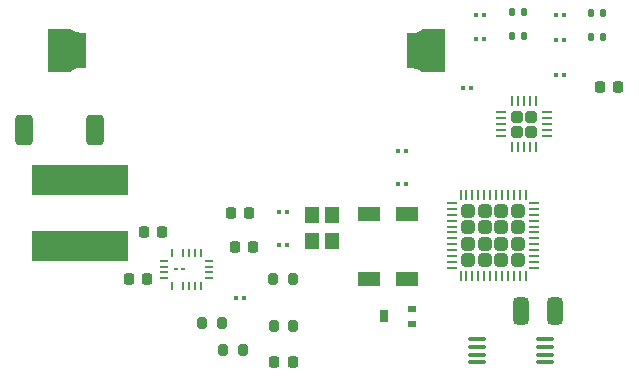
<source format=gbr>
%TF.GenerationSoftware,KiCad,Pcbnew,7.0.9*%
%TF.CreationDate,2023-12-30T14:39:03-07:00*%
%TF.ProjectId,ElephantR9,456c6570-6861-46e7-9452-392e6b696361,rev?*%
%TF.SameCoordinates,Original*%
%TF.FileFunction,Paste,Top*%
%TF.FilePolarity,Positive*%
%FSLAX46Y46*%
G04 Gerber Fmt 4.6, Leading zero omitted, Abs format (unit mm)*
G04 Created by KiCad (PCBNEW 7.0.9) date 2023-12-30 14:39:03*
%MOMM*%
%LPD*%
G01*
G04 APERTURE LIST*
G04 Aperture macros list*
%AMRoundRect*
0 Rectangle with rounded corners*
0 $1 Rounding radius*
0 $2 $3 $4 $5 $6 $7 $8 $9 X,Y pos of 4 corners*
0 Add a 4 corners polygon primitive as box body*
4,1,4,$2,$3,$4,$5,$6,$7,$8,$9,$2,$3,0*
0 Add four circle primitives for the rounded corners*
1,1,$1+$1,$2,$3*
1,1,$1+$1,$4,$5*
1,1,$1+$1,$6,$7*
1,1,$1+$1,$8,$9*
0 Add four rect primitives between the rounded corners*
20,1,$1+$1,$2,$3,$4,$5,0*
20,1,$1+$1,$4,$5,$6,$7,0*
20,1,$1+$1,$6,$7,$8,$9,0*
20,1,$1+$1,$8,$9,$2,$3,0*%
%AMFreePoly0*
4,1,32,0.200000,1.710000,0.217978,1.702552,0.236753,1.697426,0.376386,1.589219,0.526381,1.504463,0.687059,1.442253,0.855037,1.403901,1.028740,1.390056,1.444035,1.390057,1.486461,1.372483,1.504035,1.330057,1.504034,-1.539942,1.486463,-1.582365,1.486460,-1.582365,1.486460,-1.582368,1.464626,-1.591411,1.444038,-1.599942,1.046227,-1.599966,0.870517,-1.612848,0.700699,-1.650739,
0.538233,-1.712989,0.386579,-1.798267,0.245504,-1.907443,0.226743,-1.912552,0.208783,-1.919992,-1.650000,-1.919992,-1.692426,-1.902418,-1.710000,-1.859992,-1.710000,1.650007,-1.692426,1.692433,-1.650000,1.710007,0.200000,1.710000,0.200000,1.710000,$1*%
G04 Aperture macros list end*
%ADD10RoundRect,0.325000X-0.325000X-0.825000X0.325000X-0.825000X0.325000X0.825000X-0.325000X0.825000X0*%
%ADD11RoundRect,0.250000X-0.255000X-0.255000X0.255000X-0.255000X0.255000X0.255000X-0.255000X0.255000X0*%
%ADD12RoundRect,0.062500X-0.350000X-0.062500X0.350000X-0.062500X0.350000X0.062500X-0.350000X0.062500X0*%
%ADD13RoundRect,0.062500X-0.062500X-0.350000X0.062500X-0.350000X0.062500X0.350000X-0.062500X0.350000X0*%
%ADD14RoundRect,0.079500X-0.079500X-0.100500X0.079500X-0.100500X0.079500X0.100500X-0.079500X0.100500X0*%
%ADD15RoundRect,0.100000X-0.637500X-0.100000X0.637500X-0.100000X0.637500X0.100000X-0.637500X0.100000X0*%
%ADD16RoundRect,0.147500X-0.147500X-0.172500X0.147500X-0.172500X0.147500X0.172500X-0.147500X0.172500X0*%
%ADD17RoundRect,0.225000X-0.225000X-0.250000X0.225000X-0.250000X0.225000X0.250000X-0.225000X0.250000X0*%
%ADD18RoundRect,0.250000X-0.315000X-0.315000X0.315000X-0.315000X0.315000X0.315000X-0.315000X0.315000X0*%
%ADD19RoundRect,0.062500X-0.375000X-0.062500X0.375000X-0.062500X0.375000X0.062500X-0.375000X0.062500X0*%
%ADD20RoundRect,0.062500X-0.062500X-0.375000X0.062500X-0.375000X0.062500X0.375000X-0.062500X0.375000X0*%
%ADD21RoundRect,0.375000X-0.375000X-0.925000X0.375000X-0.925000X0.375000X0.925000X-0.375000X0.925000X0*%
%ADD22R,8.200000X2.600000*%
%ADD23RoundRect,0.200000X-0.200000X-0.275000X0.200000X-0.275000X0.200000X0.275000X-0.200000X0.275000X0*%
%ADD24R,1.200000X1.400000*%
%ADD25FreePoly0,180.000000*%
%ADD26FreePoly0,0.000000*%
%ADD27RoundRect,0.218750X-0.218750X-0.256250X0.218750X-0.256250X0.218750X0.256250X-0.218750X0.256250X0*%
%ADD28R,1.900000X1.300000*%
%ADD29R,0.800000X0.600000*%
%ADD30R,0.700000X1.000000*%
%ADD31R,0.250000X0.700000*%
%ADD32R,0.700000X0.250000*%
%ADD33R,0.400000X0.220000*%
%ADD34R,0.356000X0.220000*%
G04 APERTURE END LIST*
D10*
%TO.C,C10*%
X62253200Y-51257200D03*
X65153200Y-51257200D03*
%TD*%
D11*
%TO.C,U3*%
X63141500Y-36042000D03*
X63141500Y-34792000D03*
X61891500Y-34792000D03*
X61891500Y-36042000D03*
D12*
X60579000Y-34417000D03*
X60579000Y-34917000D03*
X60579000Y-35417000D03*
X60579000Y-35917000D03*
X60579000Y-36417000D03*
D13*
X61516500Y-37354500D03*
X62016500Y-37354500D03*
X62516500Y-37354500D03*
X63016500Y-37354500D03*
X63516500Y-37354500D03*
D12*
X64454000Y-36417000D03*
X64454000Y-35917000D03*
X64454000Y-35417000D03*
X64454000Y-34917000D03*
X64454000Y-34417000D03*
D13*
X63516500Y-33479500D03*
X63016500Y-33479500D03*
X62516500Y-33479500D03*
X62016500Y-33479500D03*
X61516500Y-33479500D03*
%TD*%
D14*
%TO.C,C18*%
X58016000Y-32385000D03*
X57326000Y-32385000D03*
%TD*%
%TO.C,C16*%
X65890000Y-31242000D03*
X65200000Y-31242000D03*
%TD*%
%TO.C,C15*%
X38839000Y-50165000D03*
X38149000Y-50165000D03*
%TD*%
%TO.C,C13*%
X42485898Y-45653898D03*
X41795898Y-45653898D03*
%TD*%
%TO.C,C12*%
X42485898Y-42889898D03*
X41795898Y-42889898D03*
%TD*%
%TO.C,C11*%
X65890000Y-26162000D03*
X65200000Y-26162000D03*
%TD*%
%TO.C,C9*%
X52555000Y-40513000D03*
X51865000Y-40513000D03*
%TD*%
%TO.C,C8*%
X52555000Y-37719000D03*
X51865000Y-37719000D03*
%TD*%
%TO.C,C7*%
X65890000Y-28321000D03*
X65200000Y-28321000D03*
%TD*%
%TO.C,C6*%
X59133000Y-28194000D03*
X58443000Y-28194000D03*
%TD*%
%TO.C,C5*%
X59133000Y-26162000D03*
X58443000Y-26162000D03*
%TD*%
D15*
%TO.C,U4*%
X58554700Y-53635000D03*
X58554700Y-54285000D03*
X58554700Y-54935000D03*
X58554700Y-55585000D03*
X64279700Y-55585000D03*
X64279700Y-54935000D03*
X64279700Y-54285000D03*
X64279700Y-53635000D03*
%TD*%
D16*
%TO.C,FB4*%
X68199000Y-28025000D03*
X69169000Y-28025000D03*
%TD*%
%TO.C,FB3*%
X68199000Y-26035000D03*
X69169000Y-26035000D03*
%TD*%
%TO.C,FB2*%
X61514000Y-27940000D03*
X62484000Y-27940000D03*
%TD*%
%TO.C,FB1*%
X62484000Y-25950000D03*
X61514000Y-25950000D03*
%TD*%
D17*
%TO.C,C17*%
X70511000Y-32258000D03*
X68961000Y-32258000D03*
%TD*%
D18*
%TO.C,U5*%
X60600000Y-42739500D03*
X59200000Y-46939500D03*
X62000000Y-42739500D03*
X57800000Y-45539500D03*
X59200000Y-45539500D03*
X57800000Y-44139500D03*
X59200000Y-44139500D03*
X60600000Y-45539500D03*
X57800000Y-46939500D03*
X62000000Y-46939500D03*
X57800000Y-42739500D03*
X62000000Y-45539500D03*
X59200000Y-42739500D03*
X60600000Y-44139500D03*
X60600000Y-46939500D03*
X62000000Y-44139500D03*
D19*
X56462500Y-42089500D03*
X56462500Y-42589500D03*
X56462500Y-43089500D03*
X56462500Y-43589500D03*
X56462500Y-44089500D03*
X56462500Y-44589500D03*
X56462500Y-45089500D03*
X56462500Y-45589500D03*
X56462500Y-46089500D03*
X56462500Y-46589500D03*
X56462500Y-47089500D03*
X56462500Y-47589500D03*
D20*
X57150000Y-48277000D03*
X57650000Y-48277000D03*
X58150000Y-48277000D03*
X58650000Y-48277000D03*
X59150000Y-48277000D03*
X59650000Y-48277000D03*
X60150000Y-48277000D03*
X60650000Y-48277000D03*
X61150000Y-48277000D03*
X61650000Y-48277000D03*
X62150000Y-48277000D03*
X62650000Y-48277000D03*
D19*
X63337500Y-47589500D03*
X63337500Y-47089500D03*
X63337500Y-46589500D03*
X63337500Y-46089500D03*
X63337500Y-45589500D03*
X63337500Y-45089500D03*
X63337500Y-44589500D03*
X63337500Y-44089500D03*
X63337500Y-43589500D03*
X63337500Y-43089500D03*
X63337500Y-42589500D03*
X63337500Y-42089500D03*
D20*
X62650000Y-41402000D03*
X62150000Y-41402000D03*
X61650000Y-41402000D03*
X61150000Y-41402000D03*
X60650000Y-41402000D03*
X60150000Y-41402000D03*
X59650000Y-41402000D03*
X59150000Y-41402000D03*
X58650000Y-41402000D03*
X58150000Y-41402000D03*
X57650000Y-41402000D03*
X57150000Y-41402000D03*
%TD*%
D21*
%TO.C,C3*%
X20193000Y-35941000D03*
X26193000Y-35941000D03*
%TD*%
D17*
%TO.C,C14*%
X38050898Y-45810898D03*
X39600898Y-45810898D03*
%TD*%
%TO.C,C2*%
X29083000Y-48502000D03*
X30633000Y-48502000D03*
%TD*%
D22*
%TO.C,L1*%
X24892000Y-45720000D03*
X24892000Y-40120000D03*
%TD*%
D23*
%TO.C,R7*%
X41315898Y-52541898D03*
X42965898Y-52541898D03*
%TD*%
D17*
%TO.C,C4*%
X37719000Y-42914000D03*
X39269000Y-42914000D03*
%TD*%
D24*
%TO.C,Y2*%
X44540898Y-43102898D03*
X44540898Y-45302898D03*
X46240898Y-45302898D03*
X46240898Y-43102898D03*
%TD*%
D25*
%TO.C,BT2*%
X54176000Y-29283000D03*
D26*
X23876000Y-29083000D03*
%TD*%
D27*
%TO.C,D3*%
X41393398Y-55589898D03*
X42968398Y-55589898D03*
%TD*%
D23*
%TO.C,R1*%
X37047898Y-54573898D03*
X38697898Y-54573898D03*
%TD*%
D28*
%TO.C,Y1*%
X49378000Y-43053000D03*
X49378000Y-48553000D03*
X52578000Y-48553000D03*
X52578000Y-43053000D03*
%TD*%
D23*
%TO.C,R4*%
X41301796Y-48561040D03*
X42951796Y-48561040D03*
%TD*%
%TO.C,R8*%
X35270898Y-52287898D03*
X36920898Y-52287898D03*
%TD*%
D29*
%TO.C,R2*%
X53023000Y-51039000D03*
D30*
X50673000Y-51689000D03*
D29*
X53023000Y-52339000D03*
%TD*%
D17*
%TO.C,C1*%
X30340000Y-44577000D03*
X31890000Y-44577000D03*
%TD*%
D31*
%TO.C,U1*%
X35179000Y-46299000D03*
X34679000Y-46299000D03*
X34179000Y-46299000D03*
X33679000Y-46299000D03*
X32679000Y-46299000D03*
D32*
X32004000Y-46974000D03*
X32004000Y-47474000D03*
X32004000Y-47974000D03*
X32004000Y-48474000D03*
D31*
X32679000Y-49149000D03*
X33679000Y-49149000D03*
X34179000Y-49149000D03*
X34679000Y-49149000D03*
X35179000Y-49149000D03*
D32*
X35854000Y-48474000D03*
X35854000Y-47974000D03*
X35854000Y-47474000D03*
X35854000Y-46974000D03*
D33*
X33054000Y-47724000D03*
D34*
X33624000Y-47724000D03*
%TD*%
M02*

</source>
